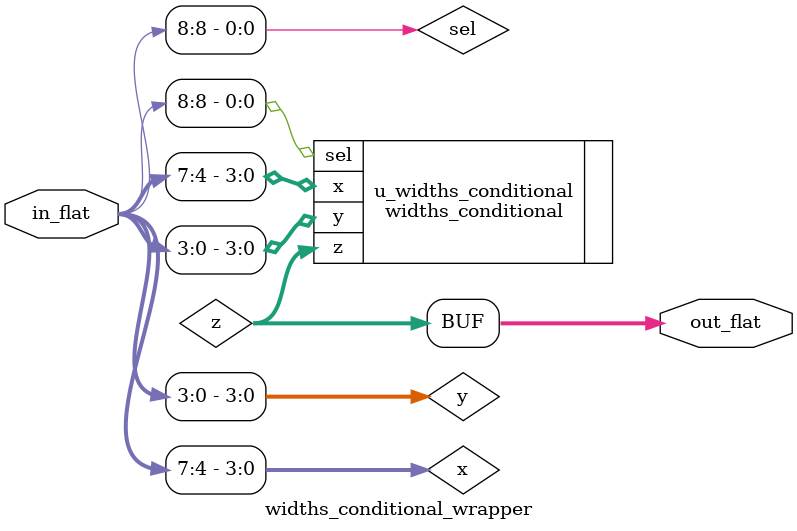
<source format=sv>
`include "widths_conditional.sv"

module widths_conditional_wrapper (
    input  wire [8:0] in_flat,
    output wire [3:0] out_flat
);

  // Slice `in_flat` into original inputs
  wire sel = in_flat[8];
  wire [3:0] x = in_flat[7:4];
  wire [3:0] y = in_flat[3:0];

  // Wires to capture original module outputs
  wire [3:0] z;

  // Instantiate the original module
  widths_conditional u_widths_conditional (
    .sel(sel),
    .x(x),
    .y(y),
    .z(z)
  );

  // Pack original outputs into `out_flat`
  assign out_flat[3:0] = z;

endmodule  // widths_conditional_wrapper
</source>
